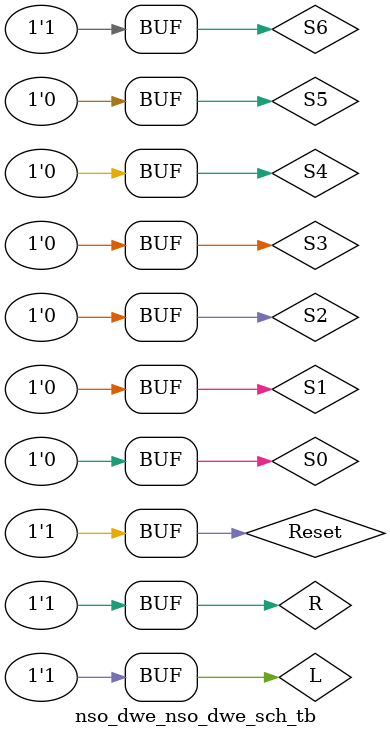
<source format=v>

`timescale 1ns / 1ps

module nso_dwe_nso_dwe_sch_tb();

// Inputs
   reg S0;
   reg S1;
   reg S2;
   reg S3;
   reg S4;
   reg S5;
   reg S6;
   reg L;
   reg R;
	reg Reset;

// Output
   wire S3n;
   wire S2n;
   wire S1n;
   wire S4n;
   wire S6n;
   wire S5n;
   wire S0n;

// Bidirs

// Instantiate the UUT
   nso_dwe UUT (
		.S0(S0), 
		.S1(S1), 
		.S2(S2), 
		.S3(S3), 
		.S4(S4), 
		.S5(S5), 
		.S6(S6), 
		.L(L), 
		.R(R), 
		.Reset(Reset),
		.S3n(S3n), 
		.S2n(S2n), 
		.S1n(S1n), 
		.S4n(S4n), 
		.S6n(S6n), 
		.S5n(S5n), 
		.S0n(S0n)
   );
// Initialize Inputs
   
       initial begin
		S0 = 1; S1 = 0; S2 = 0; S3 = 0; S4 = 0; S5 = 0; S6 = 0; L=0; R=0; Reset=0; #10;
		S0 = 1; S1 = 0; S2 = 0; S3 = 0; S4 = 0; S5 = 0; S6 = 0; L=0; R=1; Reset=0; #10;
		S0 = 1; S1 = 0; S2 = 0; S3 = 0; S4 = 0; S5 = 0; S6 = 0; L=1; R=0; Reset=0; #10;
		S0 = 1; S1 = 0; S2 = 0; S3 = 0; S4 = 0; S5 = 0; S6 = 0; L=1; R=1; Reset=0; #10;
		
		S0 = 0; S1 = 1; S2 = 0; S3 = 0; S4 = 0; S5 = 0; S6 = 0; L=0; R=0; Reset=0; #10;
		S0 = 0; S1 = 1; S2 = 0; S3 = 0; S4 = 0; S5 = 0; S6 = 0; L=0; R=1; Reset=0; #10;
		S0 = 0; S1 = 1; S2 = 0; S3 = 0; S4 = 0; S5 = 0; S6 = 0; L=1; R=0; Reset=0; #10;
		S0 = 0; S1 = 1; S2 = 0; S3 = 0; S4 = 0; S5 = 0; S6 = 0; L=1; R=1; Reset=0; #10;
		
		S0 = 0; S1 = 0; S2 = 1; S3 = 0; S4 = 0; S5 = 0; S6 = 0; L=0; R=0; Reset=0; #10;
		S0 = 0; S1 = 0; S2 = 1; S3 = 0; S4 = 0; S5 = 0; S6 = 0; L=1; R=0; Reset=0; #10;
		S0 = 0; S1 = 0; S2 = 1; S3 = 0; S4 = 0; S5 = 0; S6 = 0; L=0; R=1; Reset=0; #10;
		S0 = 0; S1 = 0; S2 = 1; S3 = 0; S4 = 0; S5 = 0; S6 = 0; L=1; R=1; Reset=0; #10;
		
		S0 = 0; S1 = 0; S2 = 0; S3 = 1; S4 = 0; S5 = 0; S6 = 0; L=0; R=0; Reset=0; #10;
		S0 = 0; S1 = 0; S2 = 0; S3 = 1; S4 = 0; S5 = 0; S6 = 0; L=0; R=1; Reset=0; #10;
		S0 = 0; S1 = 0; S2 = 0; S3 = 1; S4 = 0; S5 = 0; S6 = 0; L=1; R=0; Reset=0; #10;
		S0 = 0; S1 = 0; S2 = 0; S3 = 1; S4 = 0; S5 = 0; S6 = 0; L=1; R=1; Reset=0; #10;
		
		S0 = 0; S1 = 0; S2 = 0; S3 = 0; S4 = 1; S5 = 0; S6 = 0; L=0; R=0; Reset=0; #10;
		S0 = 0; S1 = 0; S2 = 0; S3 = 0; S4 = 1; S5 = 0; S6 = 0; L=0; R=1; Reset=0; #10;
		S0 = 0; S1 = 0; S2 = 0; S3 = 0; S4 = 1; S5 = 0; S6 = 0; L=1; R=0; Reset=0; #10;
		S0 = 0; S1 = 0; S2 = 0; S3 = 0; S4 = 1; S5 = 0; S6 = 0; L=1; R=1; Reset=0; #10;
		
		S0 = 0; S1 = 0; S2 = 0; S3 = 0; S4 = 0; S5 = 1; S6 = 0; L=0; R=0; Reset=0; #10;
		S0 = 0; S1 = 0; S2 = 0; S3 = 0; S4 = 0; S5 = 1; S6 = 0; L=0; R=1; Reset=0; #10;
		S0 = 0; S1 = 0; S2 = 0; S3 = 0; S4 = 0; S5 = 1; S6 = 0; L=1; R=0; Reset=0; #10;
		S0 = 0; S1 = 0; S2 = 0; S3 = 0; S4 = 0; S5 = 1; S6 = 0; L=1; R=1; Reset=0; #10;
	
		S0 = 0; S1 = 0; S2 = 0; S3 = 0; S4 = 0; S5 = 0; S6 = 1; L=0; R=0; Reset=0; #10;
		S0 = 0; S1 = 0; S2 = 0; S3 = 0; S4 = 0; S5 = 0; S6 = 1; L=0; R=1; Reset=0; #10;
		S0 = 0; S1 = 0; S2 = 0; S3 = 0; S4 = 0; S5 = 0; S6 = 1; L=1; R=0; Reset=0; #10;
		S0 = 0; S1 = 0; S2 = 0; S3 = 0; S4 = 0; S5 = 0; S6 = 1; L=1; R=1; Reset=0; #10;
		
		
		S0 = 1; S1 = 0; S2 = 0; S3 = 0; S4 = 0; S5 = 0; S6 = 0; L=0; R=0; Reset=1; #10;
		S0 = 1; S1 = 0; S2 = 0; S3 = 0; S4 = 0; S5 = 0; S6 = 0; L=0; R=1; Reset=1; #10;
		S0 = 1; S1 = 0; S2 = 0; S3 = 0; S4 = 0; S5 = 0; S6 = 0; L=1; R=0; Reset=1; #10;
		S0 = 1; S1 = 0; S2 = 0; S3 = 0; S4 = 0; S5 = 0; S6 = 0; L=1; R=1; Reset=1; #10;
		
		S0 = 0; S1 = 1; S2 = 0; S3 = 0; S4 = 0; S5 = 0; S6 = 0; L=0; R=0; Reset=1; #10;
		S0 = 0; S1 = 1; S2 = 0; S3 = 0; S4 = 0; S5 = 0; S6 = 0; L=0; R=1; Reset=1; #10;
		S0 = 0; S1 = 1; S2 = 0; S3 = 0; S4 = 0; S5 = 0; S6 = 0; L=1; R=0; Reset=1; #10;
		S0 = 0; S1 = 1; S2 = 0; S3 = 0; S4 = 0; S5 = 0; S6 = 0; L=1; R=1; Reset=1; #10;
		
		S0 = 0; S1 = 0; S2 = 1; S3 = 0; S4 = 0; S5 = 0; S6 = 0; L=0; R=0; Reset=1; #10;
		S0 = 0; S1 = 0; S2 = 1; S3 = 0; S4 = 0; S5 = 0; S6 = 0; L=1; R=0; Reset=1; #10;
		S0 = 0; S1 = 0; S2 = 1; S3 = 0; S4 = 0; S5 = 0; S6 = 0; L=0; R=1; Reset=1; #10;
		S0 = 0; S1 = 0; S2 = 1; S3 = 0; S4 = 0; S5 = 0; S6 = 0; L=1; R=1; Reset=1; #10;
		
		S0 = 0; S1 = 0; S2 = 0; S3 = 1; S4 = 0; S5 = 0; S6 = 0; L=0; R=0; Reset=1; #10;
		S0 = 0; S1 = 0; S2 = 0; S3 = 1; S4 = 0; S5 = 0; S6 = 0; L=0; R=1; Reset=1; #10;
		S0 = 0; S1 = 0; S2 = 0; S3 = 1; S4 = 0; S5 = 0; S6 = 0; L=1; R=0; Reset=1; #10;
		S0 = 0; S1 = 0; S2 = 0; S3 = 1; S4 = 0; S5 = 0; S6 = 0; L=1; R=1; Reset=1; #10;
		
		S0 = 0; S1 = 0; S2 = 0; S3 = 0; S4 = 1; S5 = 0; S6 = 0; L=0; R=0; Reset=1; #10;
		S0 = 0; S1 = 0; S2 = 0; S3 = 0; S4 = 1; S5 = 0; S6 = 0; L=0; R=1; Reset=1; #10;
		S0 = 0; S1 = 0; S2 = 0; S3 = 0; S4 = 1; S5 = 0; S6 = 0; L=1; R=0; Reset=1; #10;
		S0 = 0; S1 = 0; S2 = 0; S3 = 0; S4 = 1; S5 = 0; S6 = 0; L=1; R=1; Reset=1; #10;
		
		S0 = 0; S1 = 0; S2 = 0; S3 = 0; S4 = 0; S5 = 1; S6 = 0; L=0; R=0; Reset=1; #10;
		S0 = 0; S1 = 0; S2 = 0; S3 = 0; S4 = 0; S5 = 1; S6 = 0; L=0; R=1; Reset=1; #10;
		S0 = 0; S1 = 0; S2 = 0; S3 = 0; S4 = 0; S5 = 1; S6 = 0; L=1; R=0; Reset=1; #10;
		S0 = 0; S1 = 0; S2 = 0; S3 = 0; S4 = 0; S5 = 1; S6 = 0; L=1; R=1; Reset=1; #10;
	
		S0 = 0; S1 = 0; S2 = 0; S3 = 0; S4 = 0; S5 = 0; S6 = 1; L=0; R=0; Reset=1; #10;
		S0 = 0; S1 = 0; S2 = 0; S3 = 0; S4 = 0; S5 = 0; S6 = 1; L=0; R=1; Reset=1; #10;
		S0 = 0; S1 = 0; S2 = 0; S3 = 0; S4 = 0; S5 = 0; S6 = 1; L=1; R=0; Reset=1; #10;
		S0 = 0; S1 = 0; S2 = 0; S3 = 0; S4 = 0; S5 = 0; S6 = 1; L=1; R=1; Reset=1; #10;
		
		
   end
endmodule

</source>
